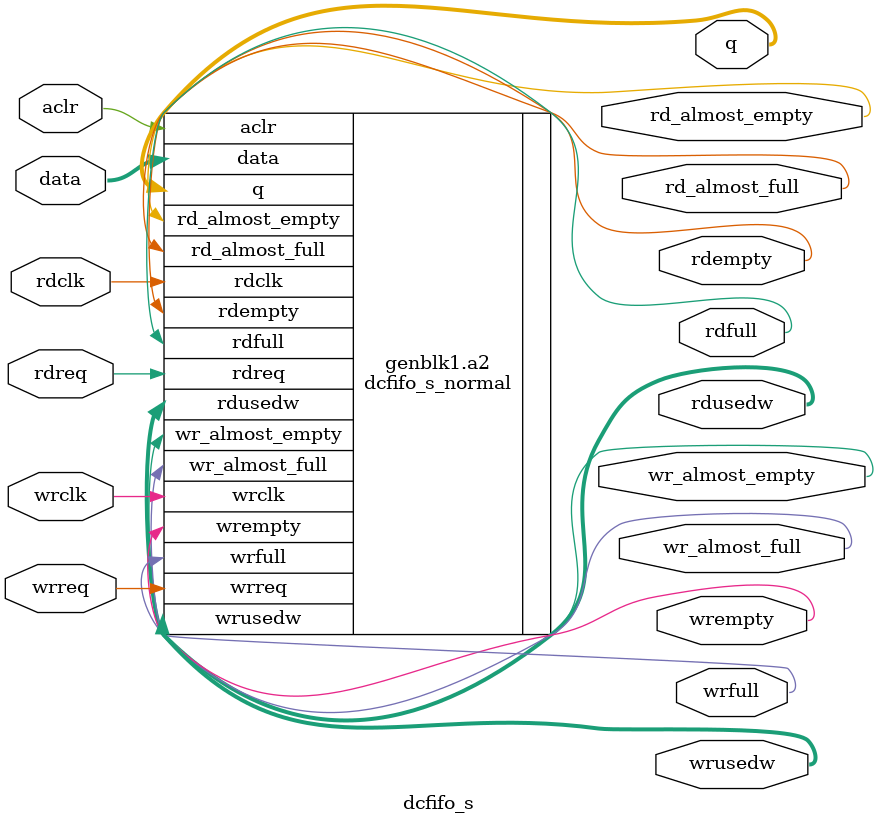
<source format=sv>

module dcfifo_s
#(
    parameter LOG_DEPTH      = 5,
    parameter WIDTH          = 20,
    parameter ALMOST_FULL_VALUE = 30,
    parameter ALMOST_EMPTY_VALUE = 2,    
    parameter FAMILY = "S10", // Agilex, S10, or Other
    parameter SHOW_AHEAD = 0,  // Show-ahead mode is using a lot of area. Use Normal mode if possible
    parameter OVERFLOW_CHECKING = 0, // Overflow checking circuitry is using extra area. Use only if you need it
    parameter UNDERFLOW_CHECKING = 0 // Underflow checking circuitry is using extra area. Use only if you need it    
)
(
    input aclr,
    
    input wrclk,
    input wrreq,
    input [WIDTH-1:0] data,
    output wrempty,
    output wrfull,
    output wr_almost_empty,
    output wr_almost_full,
    output [LOG_DEPTH-1:0] wrusedw,
    
    input rdclk,
    input rdreq,
    output [WIDTH-1:0] q,
    output rdempty,
    output rdfull,
    output rd_almost_empty,    
    output rd_almost_full,    
    output [LOG_DEPTH-1:0] rdusedw
);
initial begin
    if ((LOG_DEPTH >= 6) || (LOG_DEPTH <= 2))
        $error("Invalid parameter value: LOG_DEPTH = %0d; valid range is 2 < LOG_DEPTH < 6", LOG_DEPTH);

    if (WIDTH <= 0)
        $error("Invalid parameter value: WIDTH = %0d; it must be greater than 0", WIDTH);
        
    if ((ALMOST_FULL_VALUE >= 2 ** LOG_DEPTH) || (ALMOST_FULL_VALUE <= 0))
        $error("Incorrect parameter value: ALMOST_FULL_VALUE = %0d; valid range is 0 < ALMOST_FULL_VALUE < %0d", 
            ALMOST_FULL_VALUE, 2 ** LOG_DEPTH);     

    if ((ALMOST_EMPTY_VALUE >= 2 ** LOG_DEPTH) || (ALMOST_EMPTY_VALUE <= 0))
        $error("Incorrect parameter value: ALMOST_EMPTY_VALUE = %0d; valid range is 0 < ALMOST_EMPTY_VALUE < %0d", 
            ALMOST_EMPTY_VALUE, 2 ** LOG_DEPTH);  

    if ((FAMILY != "Agilex") && (FAMILY != "S10") && (FAMILY != "Other"))
        $error("Incorrect parameter value: FAMILY = %s; must be one of {Agilex, S10, Other}", FAMILY);  
end

generate
if (SHOW_AHEAD == 1)
    dcfifo_s_showahead #(
        .LOG_DEPTH(LOG_DEPTH),
        .WIDTH(WIDTH),
        .ALMOST_FULL_VALUE(ALMOST_FULL_VALUE),
        .ALMOST_EMPTY_VALUE(ALMOST_EMPTY_VALUE),
        .FAMILY(FAMILY),
        .OVERFLOW_CHECKING(OVERFLOW_CHECKING),
        .UNDERFLOW_CHECKING(UNDERFLOW_CHECKING)
    ) a1 (
        .aclr(aclr),
        .wrclk(wrclk),
        .wrreq(wrreq),
        .data(data),
        .wrempty(wrempty),
        .wrfull(wrfull),
        .wr_almost_empty(wr_almost_empty),
        .wr_almost_full(wr_almost_full),
        .wrusedw(wrusedw),
        .rdclk(rdclk),
        .rdreq(rdreq),
        .q(q),
        .rdempty(rdempty),
        .rdfull(rdfull),
        .rd_almost_empty(rd_almost_empty),
        .rd_almost_full(rd_almost_full),
        .rdusedw(rdusedw)
    );
else
    dcfifo_s_normal #(
        .LOG_DEPTH(LOG_DEPTH),
        .WIDTH(WIDTH),
        .ALMOST_FULL_VALUE(ALMOST_FULL_VALUE),
        .ALMOST_EMPTY_VALUE(ALMOST_EMPTY_VALUE),
        .FAMILY(FAMILY),
        .OVERFLOW_CHECKING(OVERFLOW_CHECKING),
        .UNDERFLOW_CHECKING(UNDERFLOW_CHECKING)        
    ) a2 (
        .aclr(aclr),
        .wrclk(wrclk),
        .wrreq(wrreq),
        .data(data),
        .wrempty(wrempty),
        .wrfull(wrfull),
        .wr_almost_empty(wr_almost_empty),
        .wr_almost_full(wr_almost_full),
        .wrusedw(wrusedw),
        .rdclk(rdclk),
        .rdreq(rdreq),
        .q(q),
        .rdempty(rdempty),
        .rdfull(rdfull),
        .rd_almost_empty(rd_almost_empty),
        .rd_almost_full(rd_almost_full),
        .rdusedw(rdusedw)
    );
endgenerate
endmodule
</source>
